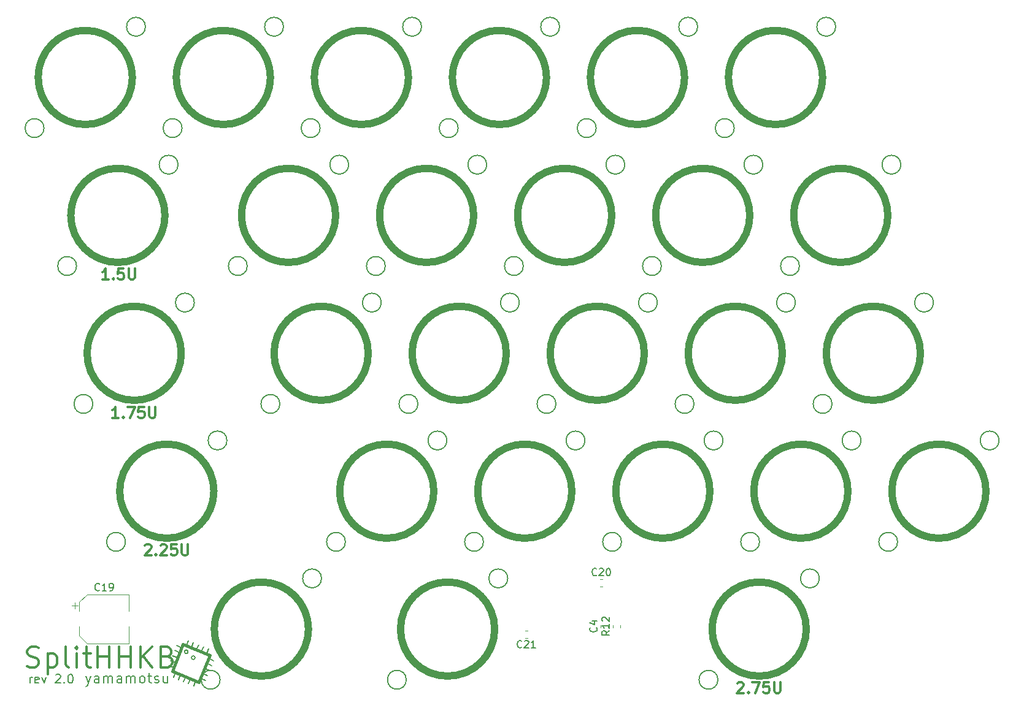
<source format=gto>
G04 #@! TF.GenerationSoftware,KiCad,Pcbnew,(5.0.2)-1*
G04 #@! TF.CreationDate,2020-04-15T18:40:52+09:00*
G04 #@! TF.ProjectId,eckeyboard,65636b65-7962-46f6-9172-642e6b696361,rev?*
G04 #@! TF.SameCoordinates,Original*
G04 #@! TF.FileFunction,Legend,Top*
G04 #@! TF.FilePolarity,Positive*
%FSLAX46Y46*%
G04 Gerber Fmt 4.6, Leading zero omitted, Abs format (unit mm)*
G04 Created by KiCad (PCBNEW (5.0.2)-1) date 2020/04/15 18:40:52*
%MOMM*%
%LPD*%
G01*
G04 APERTURE LIST*
%ADD10C,0.300000*%
%ADD11C,0.200000*%
%ADD12C,1.000000*%
%ADD13C,0.120000*%
%ADD14C,0.400000*%
%ADD15C,0.150000*%
G04 APERTURE END LIST*
D10*
X42000000Y-131333333D02*
X42400000Y-131466666D01*
X43066666Y-131466666D01*
X43333333Y-131333333D01*
X43466666Y-131200000D01*
X43600000Y-130933333D01*
X43600000Y-130666666D01*
X43466666Y-130400000D01*
X43333333Y-130266666D01*
X43066666Y-130133333D01*
X42533333Y-130000000D01*
X42266666Y-129866666D01*
X42133333Y-129733333D01*
X42000000Y-129466666D01*
X42000000Y-129200000D01*
X42133333Y-128933333D01*
X42266666Y-128800000D01*
X42533333Y-128666666D01*
X43200000Y-128666666D01*
X43600000Y-128800000D01*
X44800000Y-129600000D02*
X44800000Y-132400000D01*
X44800000Y-129733333D02*
X45066666Y-129600000D01*
X45600000Y-129600000D01*
X45866666Y-129733333D01*
X46000000Y-129866666D01*
X46133333Y-130133333D01*
X46133333Y-130933333D01*
X46000000Y-131200000D01*
X45866666Y-131333333D01*
X45600000Y-131466666D01*
X45066666Y-131466666D01*
X44800000Y-131333333D01*
X47733333Y-131466666D02*
X47466666Y-131333333D01*
X47333333Y-131066666D01*
X47333333Y-128666666D01*
X48800000Y-131466666D02*
X48800000Y-129600000D01*
X48800000Y-128666666D02*
X48666666Y-128800000D01*
X48800000Y-128933333D01*
X48933333Y-128800000D01*
X48800000Y-128666666D01*
X48800000Y-128933333D01*
X49733333Y-129600000D02*
X50800000Y-129600000D01*
X50133333Y-128666666D02*
X50133333Y-131066666D01*
X50266666Y-131333333D01*
X50533333Y-131466666D01*
X50800000Y-131466666D01*
X51733333Y-131466666D02*
X51733333Y-128666666D01*
X51733333Y-130000000D02*
X53333333Y-130000000D01*
X53333333Y-131466666D02*
X53333333Y-128666666D01*
X54666666Y-131466666D02*
X54666666Y-128666666D01*
X54666666Y-130000000D02*
X56266666Y-130000000D01*
X56266666Y-131466666D02*
X56266666Y-128666666D01*
X57600000Y-131466666D02*
X57600000Y-128666666D01*
X59200000Y-131466666D02*
X58000000Y-129866666D01*
X59200000Y-128666666D02*
X57600000Y-130266666D01*
X61333333Y-130000000D02*
X61733333Y-130133333D01*
X61866666Y-130266666D01*
X62000000Y-130533333D01*
X62000000Y-130933333D01*
X61866666Y-131200000D01*
X61733333Y-131333333D01*
X61466666Y-131466666D01*
X60400000Y-131466666D01*
X60400000Y-128666666D01*
X61333333Y-128666666D01*
X61600000Y-128800000D01*
X61733333Y-128933333D01*
X61866666Y-129200000D01*
X61866666Y-129466666D01*
X61733333Y-129733333D01*
X61600000Y-129866666D01*
X61333333Y-130000000D01*
X60400000Y-130000000D01*
D11*
X50100000Y-132700000D02*
X50433333Y-133633333D01*
X50766666Y-132700000D02*
X50433333Y-133633333D01*
X50300000Y-133966666D01*
X50233333Y-134033333D01*
X50100000Y-134100000D01*
X51900000Y-133633333D02*
X51900000Y-132900000D01*
X51833333Y-132766666D01*
X51700000Y-132700000D01*
X51433333Y-132700000D01*
X51300000Y-132766666D01*
X51900000Y-133566666D02*
X51766666Y-133633333D01*
X51433333Y-133633333D01*
X51300000Y-133566666D01*
X51233333Y-133433333D01*
X51233333Y-133300000D01*
X51300000Y-133166666D01*
X51433333Y-133100000D01*
X51766666Y-133100000D01*
X51900000Y-133033333D01*
X52566666Y-133633333D02*
X52566666Y-132700000D01*
X52566666Y-132833333D02*
X52633333Y-132766666D01*
X52766666Y-132700000D01*
X52966666Y-132700000D01*
X53100000Y-132766666D01*
X53166666Y-132900000D01*
X53166666Y-133633333D01*
X53166666Y-132900000D02*
X53233333Y-132766666D01*
X53366666Y-132700000D01*
X53566666Y-132700000D01*
X53700000Y-132766666D01*
X53766666Y-132900000D01*
X53766666Y-133633333D01*
X55033333Y-133633333D02*
X55033333Y-132900000D01*
X54966666Y-132766666D01*
X54833333Y-132700000D01*
X54566666Y-132700000D01*
X54433333Y-132766666D01*
X55033333Y-133566666D02*
X54900000Y-133633333D01*
X54566666Y-133633333D01*
X54433333Y-133566666D01*
X54366666Y-133433333D01*
X54366666Y-133300000D01*
X54433333Y-133166666D01*
X54566666Y-133100000D01*
X54900000Y-133100000D01*
X55033333Y-133033333D01*
X55700000Y-133633333D02*
X55700000Y-132700000D01*
X55700000Y-132833333D02*
X55766666Y-132766666D01*
X55900000Y-132700000D01*
X56100000Y-132700000D01*
X56233333Y-132766666D01*
X56300000Y-132900000D01*
X56300000Y-133633333D01*
X56300000Y-132900000D02*
X56366666Y-132766666D01*
X56500000Y-132700000D01*
X56700000Y-132700000D01*
X56833333Y-132766666D01*
X56900000Y-132900000D01*
X56900000Y-133633333D01*
X57766666Y-133633333D02*
X57633333Y-133566666D01*
X57566666Y-133500000D01*
X57500000Y-133366666D01*
X57500000Y-132966666D01*
X57566666Y-132833333D01*
X57633333Y-132766666D01*
X57766666Y-132700000D01*
X57966666Y-132700000D01*
X58100000Y-132766666D01*
X58166666Y-132833333D01*
X58233333Y-132966666D01*
X58233333Y-133366666D01*
X58166666Y-133500000D01*
X58100000Y-133566666D01*
X57966666Y-133633333D01*
X57766666Y-133633333D01*
X58633333Y-132700000D02*
X59166666Y-132700000D01*
X58833333Y-132233333D02*
X58833333Y-133433333D01*
X58900000Y-133566666D01*
X59033333Y-133633333D01*
X59166666Y-133633333D01*
X59566666Y-133566666D02*
X59700000Y-133633333D01*
X59966666Y-133633333D01*
X60100000Y-133566666D01*
X60166666Y-133433333D01*
X60166666Y-133366666D01*
X60100000Y-133233333D01*
X59966666Y-133166666D01*
X59766666Y-133166666D01*
X59633333Y-133100000D01*
X59566666Y-132966666D01*
X59566666Y-132900000D01*
X59633333Y-132766666D01*
X59766666Y-132700000D01*
X59966666Y-132700000D01*
X60100000Y-132766666D01*
X61366666Y-132700000D02*
X61366666Y-133633333D01*
X60766666Y-132700000D02*
X60766666Y-133433333D01*
X60833333Y-133566666D01*
X60966666Y-133633333D01*
X61166666Y-133633333D01*
X61300000Y-133566666D01*
X61366666Y-133500000D01*
X42357142Y-133642857D02*
X42357142Y-132842857D01*
X42357142Y-133071428D02*
X42414285Y-132957142D01*
X42471428Y-132900000D01*
X42585714Y-132842857D01*
X42700000Y-132842857D01*
X43557142Y-133585714D02*
X43442857Y-133642857D01*
X43214285Y-133642857D01*
X43100000Y-133585714D01*
X43042857Y-133471428D01*
X43042857Y-133014285D01*
X43100000Y-132900000D01*
X43214285Y-132842857D01*
X43442857Y-132842857D01*
X43557142Y-132900000D01*
X43614285Y-133014285D01*
X43614285Y-133128571D01*
X43042857Y-133242857D01*
X44014285Y-132842857D02*
X44300000Y-133642857D01*
X44585714Y-132842857D01*
X45900000Y-132557142D02*
X45957142Y-132500000D01*
X46071428Y-132442857D01*
X46357142Y-132442857D01*
X46471428Y-132500000D01*
X46528571Y-132557142D01*
X46585714Y-132671428D01*
X46585714Y-132785714D01*
X46528571Y-132957142D01*
X45842857Y-133642857D01*
X46585714Y-133642857D01*
X47100000Y-133528571D02*
X47157142Y-133585714D01*
X47100000Y-133642857D01*
X47042857Y-133585714D01*
X47100000Y-133528571D01*
X47100000Y-133642857D01*
X47900000Y-132442857D02*
X48014285Y-132442857D01*
X48128571Y-132500000D01*
X48185714Y-132557142D01*
X48242857Y-132671428D01*
X48300000Y-132900000D01*
X48300000Y-133185714D01*
X48242857Y-133414285D01*
X48185714Y-133528571D01*
X48128571Y-133585714D01*
X48014285Y-133642857D01*
X47900000Y-133642857D01*
X47785714Y-133585714D01*
X47728571Y-133528571D01*
X47671428Y-133414285D01*
X47614285Y-133185714D01*
X47614285Y-132900000D01*
X47671428Y-132671428D01*
X47728571Y-132557142D01*
X47785714Y-132500000D01*
X47900000Y-132442857D01*
D10*
X140000000Y-133671428D02*
X140071428Y-133600000D01*
X140214285Y-133528571D01*
X140571428Y-133528571D01*
X140714285Y-133600000D01*
X140785714Y-133671428D01*
X140857142Y-133814285D01*
X140857142Y-133957142D01*
X140785714Y-134171428D01*
X139928571Y-135028571D01*
X140857142Y-135028571D01*
X141500000Y-134885714D02*
X141571428Y-134957142D01*
X141500000Y-135028571D01*
X141428571Y-134957142D01*
X141500000Y-134885714D01*
X141500000Y-135028571D01*
X142071428Y-133528571D02*
X143071428Y-133528571D01*
X142428571Y-135028571D01*
X144357142Y-133528571D02*
X143642857Y-133528571D01*
X143571428Y-134242857D01*
X143642857Y-134171428D01*
X143785714Y-134100000D01*
X144142857Y-134100000D01*
X144285714Y-134171428D01*
X144357142Y-134242857D01*
X144428571Y-134385714D01*
X144428571Y-134742857D01*
X144357142Y-134885714D01*
X144285714Y-134957142D01*
X144142857Y-135028571D01*
X143785714Y-135028571D01*
X143642857Y-134957142D01*
X143571428Y-134885714D01*
X145071428Y-133528571D02*
X145071428Y-134742857D01*
X145142857Y-134885714D01*
X145214285Y-134957142D01*
X145357142Y-135028571D01*
X145642857Y-135028571D01*
X145785714Y-134957142D01*
X145857142Y-134885714D01*
X145928571Y-134742857D01*
X145928571Y-133528571D01*
X58250000Y-114621428D02*
X58321428Y-114550000D01*
X58464285Y-114478571D01*
X58821428Y-114478571D01*
X58964285Y-114550000D01*
X59035714Y-114621428D01*
X59107142Y-114764285D01*
X59107142Y-114907142D01*
X59035714Y-115121428D01*
X58178571Y-115978571D01*
X59107142Y-115978571D01*
X59750000Y-115835714D02*
X59821428Y-115907142D01*
X59750000Y-115978571D01*
X59678571Y-115907142D01*
X59750000Y-115835714D01*
X59750000Y-115978571D01*
X60392857Y-114621428D02*
X60464285Y-114550000D01*
X60607142Y-114478571D01*
X60964285Y-114478571D01*
X61107142Y-114550000D01*
X61178571Y-114621428D01*
X61250000Y-114764285D01*
X61250000Y-114907142D01*
X61178571Y-115121428D01*
X60321428Y-115978571D01*
X61250000Y-115978571D01*
X62607142Y-114478571D02*
X61892857Y-114478571D01*
X61821428Y-115192857D01*
X61892857Y-115121428D01*
X62035714Y-115050000D01*
X62392857Y-115050000D01*
X62535714Y-115121428D01*
X62607142Y-115192857D01*
X62678571Y-115335714D01*
X62678571Y-115692857D01*
X62607142Y-115835714D01*
X62535714Y-115907142D01*
X62392857Y-115978571D01*
X62035714Y-115978571D01*
X61892857Y-115907142D01*
X61821428Y-115835714D01*
X63321428Y-114478571D02*
X63321428Y-115692857D01*
X63392857Y-115835714D01*
X63464285Y-115907142D01*
X63607142Y-115978571D01*
X63892857Y-115978571D01*
X64035714Y-115907142D01*
X64107142Y-115835714D01*
X64178571Y-115692857D01*
X64178571Y-114478571D01*
X54607142Y-97028571D02*
X53750000Y-97028571D01*
X54178571Y-97028571D02*
X54178571Y-95528571D01*
X54035714Y-95742857D01*
X53892857Y-95885714D01*
X53750000Y-95957142D01*
X55250000Y-96885714D02*
X55321428Y-96957142D01*
X55250000Y-97028571D01*
X55178571Y-96957142D01*
X55250000Y-96885714D01*
X55250000Y-97028571D01*
X55821428Y-95528571D02*
X56821428Y-95528571D01*
X56178571Y-97028571D01*
X58107142Y-95528571D02*
X57392857Y-95528571D01*
X57321428Y-96242857D01*
X57392857Y-96171428D01*
X57535714Y-96100000D01*
X57892857Y-96100000D01*
X58035714Y-96171428D01*
X58107142Y-96242857D01*
X58178571Y-96385714D01*
X58178571Y-96742857D01*
X58107142Y-96885714D01*
X58035714Y-96957142D01*
X57892857Y-97028571D01*
X57535714Y-97028571D01*
X57392857Y-96957142D01*
X57321428Y-96885714D01*
X58821428Y-95528571D02*
X58821428Y-96742857D01*
X58892857Y-96885714D01*
X58964285Y-96957142D01*
X59107142Y-97028571D01*
X59392857Y-97028571D01*
X59535714Y-96957142D01*
X59607142Y-96885714D01*
X59678571Y-96742857D01*
X59678571Y-95528571D01*
X53221428Y-77928571D02*
X52364285Y-77928571D01*
X52792857Y-77928571D02*
X52792857Y-76428571D01*
X52650000Y-76642857D01*
X52507142Y-76785714D01*
X52364285Y-76857142D01*
X53864285Y-77785714D02*
X53935714Y-77857142D01*
X53864285Y-77928571D01*
X53792857Y-77857142D01*
X53864285Y-77785714D01*
X53864285Y-77928571D01*
X55292857Y-76428571D02*
X54578571Y-76428571D01*
X54507142Y-77142857D01*
X54578571Y-77071428D01*
X54721428Y-77000000D01*
X55078571Y-77000000D01*
X55221428Y-77071428D01*
X55292857Y-77142857D01*
X55364285Y-77285714D01*
X55364285Y-77642857D01*
X55292857Y-77785714D01*
X55221428Y-77857142D01*
X55078571Y-77928571D01*
X54721428Y-77928571D01*
X54578571Y-77857142D01*
X54507142Y-77785714D01*
X56007142Y-76428571D02*
X56007142Y-77642857D01*
X56078571Y-77785714D01*
X56150000Y-77857142D01*
X56292857Y-77928571D01*
X56578571Y-77928571D01*
X56721428Y-77857142D01*
X56792857Y-77785714D01*
X56864285Y-77642857D01*
X56864285Y-76428571D01*
D11*
G04 #@! TO.C,TP27*
X162100000Y-114150000D02*
G75*
G03X162100000Y-114150000I-1300000J0D01*
G01*
X176100000Y-100150000D02*
G75*
G03X176100000Y-100150000I-1300000J0D01*
G01*
D12*
X174300000Y-107150000D02*
G75*
G03X174300000Y-107150000I-6500000J0D01*
G01*
D11*
G04 #@! TO.C,TP26*
X153050000Y-95100000D02*
G75*
G03X153050000Y-95100000I-1300000J0D01*
G01*
X167050000Y-81100000D02*
G75*
G03X167050000Y-81100000I-1300000J0D01*
G01*
D12*
X165250000Y-88100000D02*
G75*
G03X165250000Y-88100000I-6500000J0D01*
G01*
D11*
G04 #@! TO.C,TP25*
X148550000Y-76050000D02*
G75*
G03X148550000Y-76050000I-1300000J0D01*
G01*
X162550000Y-62050000D02*
G75*
G03X162550000Y-62050000I-1300000J0D01*
G01*
D12*
X160750000Y-69050000D02*
G75*
G03X160750000Y-69050000I-6500000J0D01*
G01*
D11*
G04 #@! TO.C,TP24*
X139550000Y-57000000D02*
G75*
G03X139550000Y-57000000I-1300000J0D01*
G01*
X153550000Y-43000000D02*
G75*
G03X153550000Y-43000000I-1300000J0D01*
G01*
D12*
X151750000Y-50000000D02*
G75*
G03X151750000Y-50000000I-6500000J0D01*
G01*
D11*
G04 #@! TO.C,TP23*
X143050000Y-114150000D02*
G75*
G03X143050000Y-114150000I-1300000J0D01*
G01*
X157050000Y-100150000D02*
G75*
G03X157050000Y-100150000I-1300000J0D01*
G01*
D12*
X155250000Y-107150000D02*
G75*
G03X155250000Y-107150000I-6500000J0D01*
G01*
D11*
G04 #@! TO.C,TP21*
X129500000Y-76050000D02*
G75*
G03X129500000Y-76050000I-1300000J0D01*
G01*
X143500000Y-62050000D02*
G75*
G03X143500000Y-62050000I-1300000J0D01*
G01*
D12*
X141700000Y-69050000D02*
G75*
G03X141700000Y-69050000I-6500000J0D01*
G01*
D11*
G04 #@! TO.C,TP20*
X120500000Y-57000000D02*
G75*
G03X120500000Y-57000000I-1300000J0D01*
G01*
X134500000Y-43000000D02*
G75*
G03X134500000Y-43000000I-1300000J0D01*
G01*
D12*
X132700000Y-50000000D02*
G75*
G03X132700000Y-50000000I-6500000J0D01*
G01*
D11*
G04 #@! TO.C,TP19*
X137300000Y-133200000D02*
G75*
G03X137300000Y-133200000I-1300000J0D01*
G01*
X151300000Y-119200000D02*
G75*
G03X151300000Y-119200000I-1300000J0D01*
G01*
D12*
X149500000Y-126200000D02*
G75*
G03X149500000Y-126200000I-6500000J0D01*
G01*
D11*
G04 #@! TO.C,TP18*
X124000000Y-114150000D02*
G75*
G03X124000000Y-114150000I-1300000J0D01*
G01*
X138000000Y-100150000D02*
G75*
G03X138000000Y-100150000I-1300000J0D01*
G01*
D12*
X136200000Y-107150000D02*
G75*
G03X136200000Y-107150000I-6500000J0D01*
G01*
D11*
G04 #@! TO.C,TP17*
X114950000Y-95100000D02*
G75*
G03X114950000Y-95100000I-1300000J0D01*
G01*
X128950000Y-81100000D02*
G75*
G03X128950000Y-81100000I-1300000J0D01*
G01*
D12*
X127150000Y-88100000D02*
G75*
G03X127150000Y-88100000I-6500000J0D01*
G01*
D11*
G04 #@! TO.C,TP16*
X110450000Y-76050000D02*
G75*
G03X110450000Y-76050000I-1300000J0D01*
G01*
X124450000Y-62050000D02*
G75*
G03X124450000Y-62050000I-1300000J0D01*
G01*
D12*
X122650000Y-69050000D02*
G75*
G03X122650000Y-69050000I-6500000J0D01*
G01*
D11*
G04 #@! TO.C,TP15*
X101450000Y-57000000D02*
G75*
G03X101450000Y-57000000I-1300000J0D01*
G01*
X115450000Y-43000000D02*
G75*
G03X115450000Y-43000000I-1300000J0D01*
G01*
D12*
X113650000Y-50000000D02*
G75*
G03X113650000Y-50000000I-6500000J0D01*
G01*
D11*
G04 #@! TO.C,TP14*
X104950000Y-114150000D02*
G75*
G03X104950000Y-114150000I-1300000J0D01*
G01*
X118950000Y-100150000D02*
G75*
G03X118950000Y-100150000I-1300000J0D01*
G01*
D12*
X117150000Y-107150000D02*
G75*
G03X117150000Y-107150000I-6500000J0D01*
G01*
D11*
G04 #@! TO.C,TP13*
X94300000Y-133200000D02*
G75*
G03X94300000Y-133200000I-1300000J0D01*
G01*
X108300000Y-119200000D02*
G75*
G03X108300000Y-119200000I-1300000J0D01*
G01*
D12*
X106500000Y-126200000D02*
G75*
G03X106500000Y-126200000I-6500000J0D01*
G01*
D11*
G04 #@! TO.C,TP12*
X85900000Y-114150000D02*
G75*
G03X85900000Y-114150000I-1300000J0D01*
G01*
X99900000Y-100150000D02*
G75*
G03X99900000Y-100150000I-1300000J0D01*
G01*
D12*
X98100000Y-107150000D02*
G75*
G03X98100000Y-107150000I-6500000J0D01*
G01*
D11*
G04 #@! TO.C,TP10*
X55550000Y-114150000D02*
G75*
G03X55550000Y-114150000I-1300000J0D01*
G01*
X69550000Y-100150000D02*
G75*
G03X69550000Y-100150000I-1300000J0D01*
G01*
D12*
X67750000Y-107150000D02*
G75*
G03X67750000Y-107150000I-6500000J0D01*
G01*
D11*
G04 #@! TO.C,TP9*
X95900000Y-95100000D02*
G75*
G03X95900000Y-95100000I-1300000J0D01*
G01*
X109900000Y-81100000D02*
G75*
G03X109900000Y-81100000I-1300000J0D01*
G01*
D12*
X108100000Y-88100000D02*
G75*
G03X108100000Y-88100000I-6500000J0D01*
G01*
D11*
G04 #@! TO.C,TP8*
X91400000Y-76050000D02*
G75*
G03X91400000Y-76050000I-1300000J0D01*
G01*
X105400000Y-62050000D02*
G75*
G03X105400000Y-62050000I-1300000J0D01*
G01*
D12*
X103600000Y-69050000D02*
G75*
G03X103600000Y-69050000I-6500000J0D01*
G01*
D11*
G04 #@! TO.C,TP7*
X82400000Y-57000000D02*
G75*
G03X82400000Y-57000000I-1300000J0D01*
G01*
X96400000Y-43000000D02*
G75*
G03X96400000Y-43000000I-1300000J0D01*
G01*
D12*
X94600000Y-50000000D02*
G75*
G03X94600000Y-50000000I-6500000J0D01*
G01*
D11*
G04 #@! TO.C,TP6*
X76850000Y-95100000D02*
G75*
G03X76850000Y-95100000I-1300000J0D01*
G01*
X90850000Y-81100000D02*
G75*
G03X90850000Y-81100000I-1300000J0D01*
G01*
D12*
X89050000Y-88100000D02*
G75*
G03X89050000Y-88100000I-6500000J0D01*
G01*
D11*
G04 #@! TO.C,TP5*
X72350000Y-76050000D02*
G75*
G03X72350000Y-76050000I-1300000J0D01*
G01*
X86350000Y-62050000D02*
G75*
G03X86350000Y-62050000I-1300000J0D01*
G01*
D12*
X84550000Y-69050000D02*
G75*
G03X84550000Y-69050000I-6500000J0D01*
G01*
D11*
G04 #@! TO.C,TP4*
X63350000Y-57000000D02*
G75*
G03X63350000Y-57000000I-1300000J0D01*
G01*
X77350000Y-43000000D02*
G75*
G03X77350000Y-43000000I-1300000J0D01*
G01*
D12*
X75550000Y-50000000D02*
G75*
G03X75550000Y-50000000I-6500000J0D01*
G01*
D11*
G04 #@! TO.C,TP3*
X51050000Y-95100000D02*
G75*
G03X51050000Y-95100000I-1300000J0D01*
G01*
X65050000Y-81100000D02*
G75*
G03X65050000Y-81100000I-1300000J0D01*
G01*
D12*
X63250000Y-88100000D02*
G75*
G03X63250000Y-88100000I-6500000J0D01*
G01*
D11*
G04 #@! TO.C,TP2*
X48800000Y-76050000D02*
G75*
G03X48800000Y-76050000I-1300000J0D01*
G01*
X62800000Y-62050000D02*
G75*
G03X62800000Y-62050000I-1300000J0D01*
G01*
D12*
X61000000Y-69050000D02*
G75*
G03X61000000Y-69050000I-6500000J0D01*
G01*
D11*
G04 #@! TO.C,TP1*
X44300000Y-57000000D02*
G75*
G03X44300000Y-57000000I-1300000J0D01*
G01*
X58300000Y-43000000D02*
G75*
G03X58300000Y-43000000I-1300000J0D01*
G01*
D12*
X56500000Y-50000000D02*
G75*
G03X56500000Y-50000000I-6500000J0D01*
G01*
D11*
G04 #@! TO.C,TP11*
X68600000Y-133200000D02*
G75*
G03X68600000Y-133200000I-1300000J0D01*
G01*
X82600000Y-119200000D02*
G75*
G03X82600000Y-119200000I-1300000J0D01*
G01*
D12*
X80800000Y-126200000D02*
G75*
G03X80800000Y-126200000I-6500000J0D01*
G01*
D11*
G04 #@! TO.C,TP22*
X134000000Y-95100000D02*
G75*
G03X134000000Y-95100000I-1300000J0D01*
G01*
X148000000Y-81100000D02*
G75*
G03X148000000Y-81100000I-1300000J0D01*
G01*
D12*
X146200000Y-88100000D02*
G75*
G03X146200000Y-88100000I-6500000J0D01*
G01*
D13*
G04 #@! TO.C,C19*
X56010000Y-128210000D02*
X56010000Y-125860000D01*
X56010000Y-121390000D02*
X56010000Y-123740000D01*
X50254437Y-121390000D02*
X56010000Y-121390000D01*
X50254437Y-128210000D02*
X56010000Y-128210000D01*
X49190000Y-127145563D02*
X49190000Y-125860000D01*
X49190000Y-122454437D02*
X49190000Y-123740000D01*
X49190000Y-122454437D02*
X50254437Y-121390000D01*
X49190000Y-127145563D02*
X50254437Y-128210000D01*
X48162500Y-122952500D02*
X48950000Y-122952500D01*
X48556250Y-122558750D02*
X48556250Y-123346250D01*
G04 #@! TO.C,C4*
X122110000Y-125971267D02*
X122110000Y-125628733D01*
X121090000Y-125971267D02*
X121090000Y-125628733D01*
G04 #@! TO.C,C20*
X121028733Y-119290000D02*
X121371267Y-119290000D01*
X121028733Y-120310000D02*
X121371267Y-120310000D01*
G04 #@! TO.C,C21*
X111046267Y-126390000D02*
X110703733Y-126390000D01*
X111046267Y-127410000D02*
X110703733Y-127410000D01*
G04 #@! TO.C,R12*
X122790000Y-125971267D02*
X122790000Y-125628733D01*
X123810000Y-125971267D02*
X123810000Y-125628733D01*
D14*
G04 #@! TO.C,REF\002A\002A*
X63494845Y-128296419D02*
X67203581Y-129794845D01*
X67203581Y-129794845D02*
X65705155Y-133503581D01*
X65705155Y-133503581D02*
X61996419Y-132005155D01*
X61996419Y-132005155D02*
X63494845Y-128296419D01*
D11*
X63958436Y-128483722D02*
X64239392Y-127788335D01*
X64653825Y-128764677D02*
X64934780Y-128069289D01*
X65349213Y-129045632D02*
X65630168Y-128350244D01*
X66044601Y-129326587D02*
X66325556Y-128631199D01*
X66739989Y-129607542D02*
X67020944Y-128912154D01*
X65892458Y-133039989D02*
X66587846Y-133320944D01*
X66735323Y-130953825D02*
X67430711Y-131234780D01*
X66454368Y-131649213D02*
X67149756Y-131930168D01*
X66173413Y-132344601D02*
X66868801Y-132625556D01*
X67016278Y-130258436D02*
X67711665Y-130539392D01*
X63155399Y-132473413D02*
X62874444Y-133168801D01*
X64546175Y-133035323D02*
X64265220Y-133730711D01*
X65241564Y-133316278D02*
X64960608Y-134011665D01*
X62460011Y-132192458D02*
X62179056Y-132887846D01*
X63850787Y-132754368D02*
X63569832Y-133449756D01*
X62745632Y-130150787D02*
X62050244Y-129869832D01*
X63026587Y-129455399D02*
X62331199Y-129174444D01*
X62464677Y-130846175D02*
X61769289Y-130565220D01*
X62183722Y-131541564D02*
X61488335Y-131260608D01*
X63307542Y-128760011D02*
X62612154Y-128479056D01*
D15*
X64186907Y-129337851D02*
G75*
G03X64186907Y-129337851I-250000J0D01*
G01*
X65149685Y-130158253D02*
G75*
G03X65149685Y-130158253I-250000J0D01*
G01*
G04 #@! TO.C,C19*
X51957142Y-120807142D02*
X51909523Y-120854761D01*
X51766666Y-120902380D01*
X51671428Y-120902380D01*
X51528571Y-120854761D01*
X51433333Y-120759523D01*
X51385714Y-120664285D01*
X51338095Y-120473809D01*
X51338095Y-120330952D01*
X51385714Y-120140476D01*
X51433333Y-120045238D01*
X51528571Y-119950000D01*
X51671428Y-119902380D01*
X51766666Y-119902380D01*
X51909523Y-119950000D01*
X51957142Y-119997619D01*
X52909523Y-120902380D02*
X52338095Y-120902380D01*
X52623809Y-120902380D02*
X52623809Y-119902380D01*
X52528571Y-120045238D01*
X52433333Y-120140476D01*
X52338095Y-120188095D01*
X53385714Y-120902380D02*
X53576190Y-120902380D01*
X53671428Y-120854761D01*
X53719047Y-120807142D01*
X53814285Y-120664285D01*
X53861904Y-120473809D01*
X53861904Y-120092857D01*
X53814285Y-119997619D01*
X53766666Y-119950000D01*
X53671428Y-119902380D01*
X53480952Y-119902380D01*
X53385714Y-119950000D01*
X53338095Y-119997619D01*
X53290476Y-120092857D01*
X53290476Y-120330952D01*
X53338095Y-120426190D01*
X53385714Y-120473809D01*
X53480952Y-120521428D01*
X53671428Y-120521428D01*
X53766666Y-120473809D01*
X53814285Y-120426190D01*
X53861904Y-120330952D01*
G04 #@! TO.C,C4*
X120527142Y-125966666D02*
X120574761Y-126014285D01*
X120622380Y-126157142D01*
X120622380Y-126252380D01*
X120574761Y-126395238D01*
X120479523Y-126490476D01*
X120384285Y-126538095D01*
X120193809Y-126585714D01*
X120050952Y-126585714D01*
X119860476Y-126538095D01*
X119765238Y-126490476D01*
X119670000Y-126395238D01*
X119622380Y-126252380D01*
X119622380Y-126157142D01*
X119670000Y-126014285D01*
X119717619Y-125966666D01*
X119955714Y-125109523D02*
X120622380Y-125109523D01*
X119574761Y-125347619D02*
X120289047Y-125585714D01*
X120289047Y-124966666D01*
G04 #@! TO.C,C20*
X120557142Y-118727142D02*
X120509523Y-118774761D01*
X120366666Y-118822380D01*
X120271428Y-118822380D01*
X120128571Y-118774761D01*
X120033333Y-118679523D01*
X119985714Y-118584285D01*
X119938095Y-118393809D01*
X119938095Y-118250952D01*
X119985714Y-118060476D01*
X120033333Y-117965238D01*
X120128571Y-117870000D01*
X120271428Y-117822380D01*
X120366666Y-117822380D01*
X120509523Y-117870000D01*
X120557142Y-117917619D01*
X120938095Y-117917619D02*
X120985714Y-117870000D01*
X121080952Y-117822380D01*
X121319047Y-117822380D01*
X121414285Y-117870000D01*
X121461904Y-117917619D01*
X121509523Y-118012857D01*
X121509523Y-118108095D01*
X121461904Y-118250952D01*
X120890476Y-118822380D01*
X121509523Y-118822380D01*
X122128571Y-117822380D02*
X122223809Y-117822380D01*
X122319047Y-117870000D01*
X122366666Y-117917619D01*
X122414285Y-118012857D01*
X122461904Y-118203333D01*
X122461904Y-118441428D01*
X122414285Y-118631904D01*
X122366666Y-118727142D01*
X122319047Y-118774761D01*
X122223809Y-118822380D01*
X122128571Y-118822380D01*
X122033333Y-118774761D01*
X121985714Y-118727142D01*
X121938095Y-118631904D01*
X121890476Y-118441428D01*
X121890476Y-118203333D01*
X121938095Y-118012857D01*
X121985714Y-117917619D01*
X122033333Y-117870000D01*
X122128571Y-117822380D01*
G04 #@! TO.C,C21*
X110232142Y-128687142D02*
X110184523Y-128734761D01*
X110041666Y-128782380D01*
X109946428Y-128782380D01*
X109803571Y-128734761D01*
X109708333Y-128639523D01*
X109660714Y-128544285D01*
X109613095Y-128353809D01*
X109613095Y-128210952D01*
X109660714Y-128020476D01*
X109708333Y-127925238D01*
X109803571Y-127830000D01*
X109946428Y-127782380D01*
X110041666Y-127782380D01*
X110184523Y-127830000D01*
X110232142Y-127877619D01*
X110613095Y-127877619D02*
X110660714Y-127830000D01*
X110755952Y-127782380D01*
X110994047Y-127782380D01*
X111089285Y-127830000D01*
X111136904Y-127877619D01*
X111184523Y-127972857D01*
X111184523Y-128068095D01*
X111136904Y-128210952D01*
X110565476Y-128782380D01*
X111184523Y-128782380D01*
X112136904Y-128782380D02*
X111565476Y-128782380D01*
X111851190Y-128782380D02*
X111851190Y-127782380D01*
X111755952Y-127925238D01*
X111660714Y-128020476D01*
X111565476Y-128068095D01*
G04 #@! TO.C,R12*
X122322380Y-126442857D02*
X121846190Y-126776190D01*
X122322380Y-127014285D02*
X121322380Y-127014285D01*
X121322380Y-126633333D01*
X121370000Y-126538095D01*
X121417619Y-126490476D01*
X121512857Y-126442857D01*
X121655714Y-126442857D01*
X121750952Y-126490476D01*
X121798571Y-126538095D01*
X121846190Y-126633333D01*
X121846190Y-127014285D01*
X122322380Y-125490476D02*
X122322380Y-126061904D01*
X122322380Y-125776190D02*
X121322380Y-125776190D01*
X121465238Y-125871428D01*
X121560476Y-125966666D01*
X121608095Y-126061904D01*
X121417619Y-125109523D02*
X121370000Y-125061904D01*
X121322380Y-124966666D01*
X121322380Y-124728571D01*
X121370000Y-124633333D01*
X121417619Y-124585714D01*
X121512857Y-124538095D01*
X121608095Y-124538095D01*
X121750952Y-124585714D01*
X122322380Y-125157142D01*
X122322380Y-124538095D01*
G04 #@! TD*
M02*

</source>
